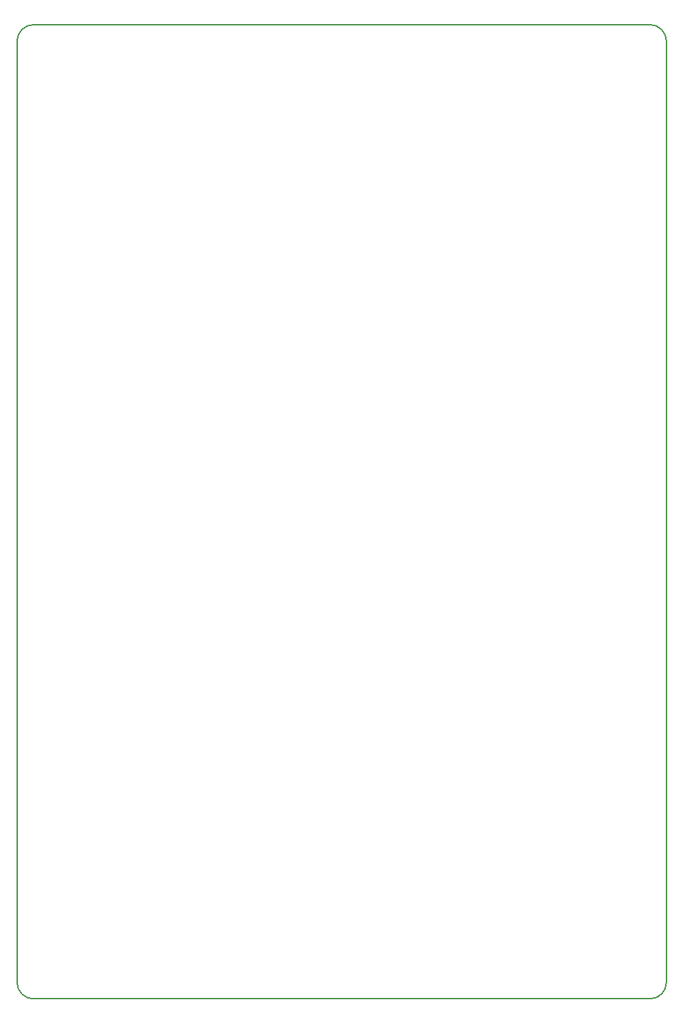
<source format=gm1>
%TF.GenerationSoftware,KiCad,Pcbnew,(7.0.0)*%
%TF.CreationDate,2023-04-22T11:09:59+02:00*%
%TF.ProjectId,PCB KiCad,50434220-4b69-4436-9164-2e6b69636164,rev?*%
%TF.SameCoordinates,Original*%
%TF.FileFunction,Profile,NP*%
%FSLAX46Y46*%
G04 Gerber Fmt 4.6, Leading zero omitted, Abs format (unit mm)*
G04 Created by KiCad (PCBNEW (7.0.0)) date 2023-04-22 11:09:59*
%MOMM*%
%LPD*%
G01*
G04 APERTURE LIST*
%TA.AperFunction,Profile*%
%ADD10C,0.200000*%
%TD*%
G04 APERTURE END LIST*
D10*
X43000001Y-30000001D02*
X43000001Y-146000001D01*
X123000001Y-146000001D02*
X123000001Y-30000001D01*
X121000001Y-148000001D02*
G75*
G03*
X123000001Y-146000001I-1J2000001D01*
G01*
X122999999Y-30000001D02*
G75*
G03*
X121000001Y-28000001I-1999999J1D01*
G01*
X45000001Y-28000001D02*
G75*
G03*
X43000001Y-30000001I-1J-1999999D01*
G01*
X45000001Y-148000001D02*
X121000001Y-148000001D01*
X42999999Y-146000001D02*
G75*
G03*
X45000001Y-148000001I2000001J1D01*
G01*
X121000001Y-28000001D02*
X45000001Y-28000001D01*
M02*

</source>
